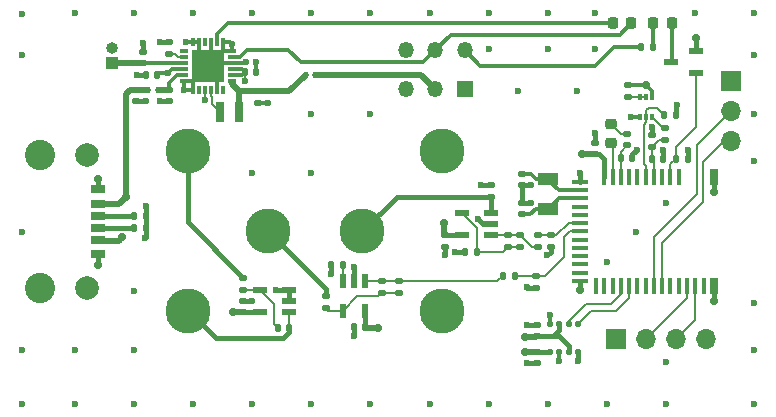
<source format=gtl>
%TF.GenerationSoftware,KiCad,Pcbnew,8.0.2-1*%
%TF.CreationDate,2024-09-12T10:11:59+09:00*%
%TF.ProjectId,gas_nrf52832,6761735f-6e72-4663-9532-3833322e6b69,rev?*%
%TF.SameCoordinates,Original*%
%TF.FileFunction,Copper,L1,Top*%
%TF.FilePolarity,Positive*%
%FSLAX46Y46*%
G04 Gerber Fmt 4.6, Leading zero omitted, Abs format (unit mm)*
G04 Created by KiCad (PCBNEW 8.0.2-1) date 2024-09-12 10:11:59*
%MOMM*%
%LPD*%
G01*
G04 APERTURE LIST*
G04 Aperture macros list*
%AMRoundRect*
0 Rectangle with rounded corners*
0 $1 Rounding radius*
0 $2 $3 $4 $5 $6 $7 $8 $9 X,Y pos of 4 corners*
0 Add a 4 corners polygon primitive as box body*
4,1,4,$2,$3,$4,$5,$6,$7,$8,$9,$2,$3,0*
0 Add four circle primitives for the rounded corners*
1,1,$1+$1,$2,$3*
1,1,$1+$1,$4,$5*
1,1,$1+$1,$6,$7*
1,1,$1+$1,$8,$9*
0 Add four rect primitives between the rounded corners*
20,1,$1+$1,$2,$3,$4,$5,0*
20,1,$1+$1,$4,$5,$6,$7,0*
20,1,$1+$1,$6,$7,$8,$9,0*
20,1,$1+$1,$8,$9,$2,$3,0*%
G04 Aperture macros list end*
%TA.AperFunction,SMDPad,CuDef*%
%ADD10RoundRect,0.135000X-0.185000X0.135000X-0.185000X-0.135000X0.185000X-0.135000X0.185000X0.135000X0*%
%TD*%
%TA.AperFunction,SMDPad,CuDef*%
%ADD11RoundRect,0.135000X-0.135000X-0.185000X0.135000X-0.185000X0.135000X0.185000X-0.135000X0.185000X0*%
%TD*%
%TA.AperFunction,SMDPad,CuDef*%
%ADD12R,0.800000X1.800000*%
%TD*%
%TA.AperFunction,SMDPad,CuDef*%
%ADD13RoundRect,0.140000X-0.170000X0.140000X-0.170000X-0.140000X0.170000X-0.140000X0.170000X0.140000X0*%
%TD*%
%TA.AperFunction,SMDPad,CuDef*%
%ADD14RoundRect,0.218750X-0.218750X-0.256250X0.218750X-0.256250X0.218750X0.256250X-0.218750X0.256250X0*%
%TD*%
%TA.AperFunction,ComponentPad*%
%ADD15R,1.000000X1.000000*%
%TD*%
%TA.AperFunction,ComponentPad*%
%ADD16O,1.000000X1.000000*%
%TD*%
%TA.AperFunction,ComponentPad*%
%ADD17R,1.700000X1.700000*%
%TD*%
%TA.AperFunction,ComponentPad*%
%ADD18O,1.700000X1.700000*%
%TD*%
%TA.AperFunction,SMDPad,CuDef*%
%ADD19R,1.800000X1.000000*%
%TD*%
%TA.AperFunction,SMDPad,CuDef*%
%ADD20RoundRect,0.140000X-0.140000X-0.170000X0.140000X-0.170000X0.140000X0.170000X-0.140000X0.170000X0*%
%TD*%
%TA.AperFunction,SMDPad,CuDef*%
%ADD21R,0.400000X0.500000*%
%TD*%
%TA.AperFunction,ComponentPad*%
%ADD22R,1.350000X1.350000*%
%TD*%
%TA.AperFunction,ComponentPad*%
%ADD23O,1.350000X1.350000*%
%TD*%
%TA.AperFunction,SMDPad,CuDef*%
%ADD24R,0.800000X0.300000*%
%TD*%
%TA.AperFunction,SMDPad,CuDef*%
%ADD25R,0.300000X0.800000*%
%TD*%
%TA.AperFunction,SMDPad,CuDef*%
%ADD26R,2.800000X2.800000*%
%TD*%
%TA.AperFunction,SMDPad,CuDef*%
%ADD27RoundRect,0.140000X0.140000X0.170000X-0.140000X0.170000X-0.140000X-0.170000X0.140000X-0.170000X0*%
%TD*%
%TA.AperFunction,SMDPad,CuDef*%
%ADD28RoundRect,0.140000X0.170000X-0.140000X0.170000X0.140000X-0.170000X0.140000X-0.170000X-0.140000X0*%
%TD*%
%TA.AperFunction,SMDPad,CuDef*%
%ADD29R,0.300000X0.492000*%
%TD*%
%TA.AperFunction,SMDPad,CuDef*%
%ADD30RoundRect,0.218750X0.256250X-0.218750X0.256250X0.218750X-0.256250X0.218750X-0.256250X-0.218750X0*%
%TD*%
%TA.AperFunction,SMDPad,CuDef*%
%ADD31R,1.200000X0.600000*%
%TD*%
%TA.AperFunction,SMDPad,CuDef*%
%ADD32RoundRect,0.125000X-0.125000X-0.137500X0.125000X-0.137500X0.125000X0.137500X-0.125000X0.137500X0*%
%TD*%
%TA.AperFunction,SMDPad,CuDef*%
%ADD33RoundRect,0.147500X-0.172500X0.147500X-0.172500X-0.147500X0.172500X-0.147500X0.172500X0.147500X0*%
%TD*%
%TA.AperFunction,SMDPad,CuDef*%
%ADD34R,0.800000X1.400000*%
%TD*%
%TA.AperFunction,SMDPad,CuDef*%
%ADD35R,0.400000X1.400000*%
%TD*%
%TA.AperFunction,SMDPad,CuDef*%
%ADD36R,1.400000X0.400000*%
%TD*%
%TA.AperFunction,SMDPad,CuDef*%
%ADD37RoundRect,0.135000X0.135000X0.185000X-0.135000X0.185000X-0.135000X-0.185000X0.135000X-0.185000X0*%
%TD*%
%TA.AperFunction,SMDPad,CuDef*%
%ADD38RoundRect,0.135000X0.185000X-0.135000X0.185000X0.135000X-0.185000X0.135000X-0.185000X-0.135000X0*%
%TD*%
%TA.AperFunction,SMDPad,CuDef*%
%ADD39R,1.250000X0.600000*%
%TD*%
%TA.AperFunction,SMDPad,CuDef*%
%ADD40RoundRect,0.218750X0.218750X0.256250X-0.218750X0.256250X-0.218750X-0.256250X0.218750X-0.256250X0*%
%TD*%
%TA.AperFunction,SMDPad,CuDef*%
%ADD41R,1.200000X0.700000*%
%TD*%
%TA.AperFunction,SMDPad,CuDef*%
%ADD42R,1.200000X0.760000*%
%TD*%
%TA.AperFunction,SMDPad,CuDef*%
%ADD43R,1.200000X0.800000*%
%TD*%
%TA.AperFunction,ComponentPad*%
%ADD44C,2.010000*%
%TD*%
%TA.AperFunction,ComponentPad*%
%ADD45C,2.565000*%
%TD*%
%TA.AperFunction,SMDPad,CuDef*%
%ADD46R,0.600000X1.200000*%
%TD*%
%TA.AperFunction,ComponentPad*%
%ADD47C,3.800000*%
%TD*%
%TA.AperFunction,ViaPad*%
%ADD48C,0.600000*%
%TD*%
%TA.AperFunction,ViaPad*%
%ADD49C,0.700000*%
%TD*%
%TA.AperFunction,Conductor*%
%ADD50C,0.400000*%
%TD*%
%TA.AperFunction,Conductor*%
%ADD51C,0.300000*%
%TD*%
%TA.AperFunction,Conductor*%
%ADD52C,0.500000*%
%TD*%
%TA.AperFunction,Conductor*%
%ADD53C,0.200000*%
%TD*%
G04 APERTURE END LIST*
D10*
X143825000Y-86765000D03*
X143825000Y-87785000D03*
D11*
X127985000Y-96660000D03*
X129005000Y-96660000D03*
D12*
X108850000Y-84795000D03*
X107250000Y-84795000D03*
D13*
X109220000Y-100795000D03*
X109220000Y-101755000D03*
D14*
X140512500Y-77300000D03*
X142087500Y-77300000D03*
D10*
X141775000Y-82500000D03*
X141775000Y-83520000D03*
D15*
X98080000Y-80640000D03*
D16*
X98080000Y-79370000D03*
D17*
X140820000Y-104000000D03*
D18*
X143360000Y-104000000D03*
X145900000Y-104000000D03*
X148440000Y-104000000D03*
D19*
X135050000Y-90500000D03*
X135050000Y-93000000D03*
D20*
X143795000Y-88800000D03*
X144755000Y-88800000D03*
D21*
X114510000Y-81710000D03*
X115310000Y-81710000D03*
D22*
X128000000Y-82900000D03*
D23*
X125500000Y-82900000D03*
X123000000Y-82900000D03*
X128000000Y-79600000D03*
X125500000Y-79600000D03*
X123000000Y-79600000D03*
D24*
X108250000Y-82170000D03*
X108250000Y-81670000D03*
X108250000Y-81170000D03*
X108250000Y-80670000D03*
X108250000Y-80170000D03*
X108250000Y-79670000D03*
D25*
X107500000Y-78920000D03*
X107000000Y-78920000D03*
X106500000Y-78920000D03*
X106000000Y-78920000D03*
X105500000Y-78920000D03*
X105000000Y-78920000D03*
D24*
X104250000Y-79670000D03*
X104250000Y-80170000D03*
X104250000Y-80670000D03*
X104250000Y-81170000D03*
X104250000Y-81670000D03*
X104250000Y-82170000D03*
D25*
X105000000Y-82920000D03*
X105500000Y-82920000D03*
X106000000Y-82920000D03*
X106500000Y-82920000D03*
X107000000Y-82920000D03*
X107500000Y-82920000D03*
D26*
X106250000Y-80920000D03*
D27*
X113125000Y-103125000D03*
X112165000Y-103125000D03*
D28*
X102950000Y-83895000D03*
X102950000Y-82935000D03*
D29*
X142850000Y-85200000D03*
X143350000Y-85200000D03*
X143850000Y-85200000D03*
X143850000Y-83532000D03*
X143350000Y-83532000D03*
X142850000Y-83532000D03*
D28*
X100175000Y-83895000D03*
X100175000Y-82935000D03*
D30*
X140400000Y-87437500D03*
X140400000Y-85862500D03*
D31*
X130220000Y-95260000D03*
X130220000Y-94310000D03*
X130220000Y-93360000D03*
X127720000Y-93360000D03*
X127720000Y-95260000D03*
D10*
X132695000Y-95250000D03*
X132695000Y-96270000D03*
D32*
X135190000Y-102765000D03*
X135990000Y-102765000D03*
X136790000Y-102765000D03*
X137590000Y-102765000D03*
X137590000Y-105140000D03*
X136790000Y-105140000D03*
X135990000Y-105140000D03*
X135190000Y-105140000D03*
D17*
X150500000Y-82235000D03*
D18*
X150500000Y-84775000D03*
X150500000Y-87315000D03*
D13*
X110475000Y-83080000D03*
X110475000Y-84040000D03*
D11*
X144890000Y-85050000D03*
X145910000Y-85050000D03*
D13*
X100710000Y-79710000D03*
X100710000Y-80670000D03*
D21*
X101200000Y-82945000D03*
X102000000Y-82945000D03*
D11*
X131190000Y-98700000D03*
X132210000Y-98700000D03*
D33*
X141750000Y-86665000D03*
X141750000Y-87635000D03*
D34*
X149100000Y-90327500D03*
D35*
X146100000Y-90327500D03*
X145400000Y-90327500D03*
X144700000Y-90327500D03*
X144000000Y-90327500D03*
X143300000Y-90327500D03*
X142600000Y-90327500D03*
X141900000Y-90327500D03*
X141200000Y-90327500D03*
X140500000Y-90327500D03*
X139800000Y-90327500D03*
D36*
X137700000Y-90727500D03*
X137700000Y-91427500D03*
X137700000Y-92127500D03*
X137700000Y-92827500D03*
X137700000Y-93527500D03*
X137700000Y-94227500D03*
X137700000Y-94927500D03*
X137700000Y-95627500D03*
X137700000Y-96327500D03*
X137700000Y-97027500D03*
X137700000Y-97727500D03*
X137700000Y-98427500D03*
X137700000Y-99127500D03*
D35*
X139100000Y-99527500D03*
X139800000Y-99527500D03*
X140500000Y-99527500D03*
X141200000Y-99527500D03*
X141900000Y-99527500D03*
X142600000Y-99527500D03*
X143300000Y-99527500D03*
X144000000Y-99527500D03*
X144700000Y-99527500D03*
X145400000Y-99527500D03*
X146100000Y-99527500D03*
X146800000Y-99527500D03*
X147500000Y-99527500D03*
X148200000Y-99527500D03*
D34*
X149100000Y-99527500D03*
D37*
X146850000Y-88800000D03*
X145830000Y-88800000D03*
D28*
X134010000Y-99680000D03*
X134010000Y-98720000D03*
D20*
X141220000Y-88750000D03*
X142180000Y-88750000D03*
D13*
X120970000Y-99145000D03*
X120970000Y-100105000D03*
D38*
X130220000Y-91990000D03*
X130220000Y-90970000D03*
X116200000Y-101435000D03*
X116200000Y-100415000D03*
D28*
X126320000Y-96215000D03*
X126320000Y-95255000D03*
D38*
X109220000Y-99860000D03*
X109220000Y-98840000D03*
D28*
X132800000Y-91000000D03*
X132800000Y-90040000D03*
D31*
X113120000Y-101750000D03*
X113120000Y-100800000D03*
X113120000Y-99850000D03*
X110620000Y-99850000D03*
X110620000Y-101750000D03*
D37*
X143960000Y-79300000D03*
X142940000Y-79300000D03*
D20*
X118600000Y-103050000D03*
X119560000Y-103050000D03*
D13*
X134065000Y-102840000D03*
X134065000Y-103800000D03*
D39*
X147525000Y-81550000D03*
X147525000Y-79640000D03*
X145425000Y-80595000D03*
D11*
X99940000Y-94625000D03*
X100960000Y-94625000D03*
D10*
X122400000Y-99140000D03*
X122400000Y-100160000D03*
D40*
X145537500Y-77300000D03*
X143962500Y-77300000D03*
D27*
X101930000Y-81695000D03*
X100970000Y-81695000D03*
D28*
X139000000Y-88380000D03*
X139000000Y-87420000D03*
D38*
X134200000Y-96265000D03*
X134200000Y-95245000D03*
D10*
X102985000Y-78920000D03*
X102985000Y-79940000D03*
D11*
X99940000Y-93600000D03*
X100960000Y-93600000D03*
D38*
X144925000Y-87175000D03*
X144925000Y-86155000D03*
D13*
X132800000Y-92520000D03*
X132800000Y-93480000D03*
D41*
X96950000Y-93620000D03*
D42*
X96950000Y-95640000D03*
D43*
X96950000Y-96870000D03*
D41*
X96950000Y-94620000D03*
D42*
X96950000Y-92600000D03*
D43*
X96950000Y-91370000D03*
D44*
X96000000Y-88500000D03*
D45*
X92000000Y-88500000D03*
X92000000Y-99740000D03*
D44*
X96000000Y-99740000D03*
D28*
X134065000Y-106095000D03*
X134065000Y-105135000D03*
D37*
X117650000Y-97750000D03*
X116630000Y-97750000D03*
D13*
X131630000Y-95260000D03*
X131630000Y-96220000D03*
D46*
X119550000Y-99150000D03*
X118600000Y-99150000D03*
X117650000Y-99150000D03*
X117650000Y-101650000D03*
X119550000Y-101650000D03*
D28*
X135270000Y-96215000D03*
X135270000Y-95255000D03*
D27*
X110350000Y-81420000D03*
X109390000Y-81420000D03*
D47*
X104550000Y-101650000D03*
X104550000Y-88150000D03*
X111300000Y-94900000D03*
X119300000Y-94900000D03*
X126050000Y-88150000D03*
X126050000Y-101650000D03*
D48*
X143825000Y-86075000D03*
X116625000Y-98550000D03*
X95000000Y-105000000D03*
X146850000Y-88025000D03*
X105500000Y-80070000D03*
X115000000Y-76450000D03*
X115000000Y-109500000D03*
X115000000Y-85000000D03*
X135990000Y-105865000D03*
X137500000Y-83000000D03*
X90500000Y-109500000D03*
X100000000Y-109500000D03*
X125000000Y-109500000D03*
X133265000Y-106095000D03*
X140000000Y-97500000D03*
X112020000Y-99850000D03*
X130000000Y-109500000D03*
X133600000Y-92500000D03*
X127195000Y-96635000D03*
X118600000Y-103825000D03*
X108250000Y-79020000D03*
X100000000Y-100000000D03*
X130000000Y-76450000D03*
X142526054Y-88024813D03*
X111305000Y-84040000D03*
X152500000Y-80000000D03*
X135000000Y-76450000D03*
X129375000Y-90975000D03*
X145000000Y-109500000D03*
X104350000Y-78895000D03*
X130000000Y-79500000D03*
X110350000Y-80620000D03*
X110000000Y-76450000D03*
X104250000Y-82945000D03*
X139000000Y-76450000D03*
X133230000Y-99670000D03*
X100960000Y-92760000D03*
X152500000Y-109500000D03*
X90500000Y-76500000D03*
X110000000Y-109500000D03*
X135190000Y-101965000D03*
D49*
X147525000Y-78525000D03*
D48*
X120000000Y-85000000D03*
X100000000Y-76450000D03*
X140000000Y-109500000D03*
X95000000Y-109500000D03*
X100275000Y-81695000D03*
D49*
X96950000Y-97750000D03*
D48*
X135000000Y-109500000D03*
X110000000Y-90000000D03*
X100000000Y-105000000D03*
X107000000Y-80070000D03*
X105000000Y-109500000D03*
X95000000Y-76450000D03*
X152500000Y-85000000D03*
X118600000Y-97950000D03*
X139000000Y-79500000D03*
X129106765Y-93898235D03*
X152500000Y-105000000D03*
X142050000Y-85200000D03*
X100975000Y-83895000D03*
X135000000Y-79500000D03*
X90500000Y-80000000D03*
X125000000Y-76450000D03*
X145000000Y-106000000D03*
X126320000Y-96960000D03*
X133265000Y-102845000D03*
D49*
X96950000Y-90450000D03*
X149100000Y-100850000D03*
D48*
X102150000Y-78895000D03*
X107000000Y-81670000D03*
X105000000Y-76450000D03*
X144750000Y-88025000D03*
X152500000Y-101000000D03*
X145000000Y-92500000D03*
X152500000Y-89000000D03*
X152500000Y-76450000D03*
X142500000Y-95000000D03*
X137700000Y-90000000D03*
X120000000Y-76450000D03*
X133600000Y-91000000D03*
D49*
X137700000Y-99900000D03*
D48*
X145925000Y-84225000D03*
X134965000Y-96950000D03*
X109995000Y-100800000D03*
X105500000Y-81670000D03*
X90500000Y-95000000D03*
X90510000Y-105000000D03*
X100725000Y-78945000D03*
D49*
X149100000Y-91600000D03*
D48*
X147500000Y-76450000D03*
X100950000Y-95450000D03*
X102175000Y-83895000D03*
X109465181Y-80607187D03*
X132500000Y-83000000D03*
X137590000Y-105870000D03*
X139000000Y-86600000D03*
X120000000Y-109500000D03*
X115000000Y-90000000D03*
D49*
X143330000Y-82500000D03*
X133096000Y-105156000D03*
X133096000Y-103886000D03*
X126238000Y-94234000D03*
X137922000Y-88392000D03*
X120650000Y-103124000D03*
X108340000Y-101740000D03*
D48*
X109400000Y-82220000D03*
X106000000Y-83820000D03*
X102865380Y-81535380D03*
D49*
X99300000Y-92025000D03*
X98985000Y-95435000D03*
D50*
X100960000Y-95440000D02*
X100950000Y-95450000D01*
D51*
X105500000Y-80170000D02*
X106200000Y-80870000D01*
D50*
X137700000Y-90000000D02*
X137700000Y-90727500D01*
X127220000Y-96660000D02*
X127195000Y-96635000D01*
X129106765Y-93898235D02*
X129518530Y-94310000D01*
X127985000Y-96660000D02*
X127220000Y-96660000D01*
X100970000Y-81695000D02*
X100275000Y-81695000D01*
D51*
X109465181Y-80607187D02*
X109402368Y-80670000D01*
X106250000Y-80920000D02*
X106250000Y-80920000D01*
D50*
X100960000Y-92760000D02*
X100960000Y-93600000D01*
X134065000Y-102840000D02*
X133270000Y-102840000D01*
X143825000Y-86765000D02*
X143825000Y-86075000D01*
X133270000Y-102840000D02*
X133265000Y-102845000D01*
X132800000Y-91000000D02*
X132800000Y-92520000D01*
X100175000Y-83895000D02*
X100975000Y-83895000D01*
X109990000Y-100795000D02*
X109995000Y-100800000D01*
D51*
X107000000Y-82920000D02*
X107000000Y-81670000D01*
X105500000Y-80170000D02*
X106250000Y-80920000D01*
D50*
X137700000Y-99127500D02*
X137700000Y-99900000D01*
D51*
X109402368Y-80670000D02*
X108250000Y-80670000D01*
D50*
X118600000Y-103050000D02*
X118600000Y-103825000D01*
D51*
X108150000Y-78920000D02*
X108250000Y-79020000D01*
D50*
X129518530Y-94310000D02*
X130220000Y-94310000D01*
D51*
X142850000Y-85200000D02*
X142050000Y-85200000D01*
X107000000Y-80070000D02*
X107000000Y-80170000D01*
X105000000Y-78920000D02*
X105500000Y-78920000D01*
X104250000Y-82945000D02*
X104975000Y-82945000D01*
X105500000Y-78920000D02*
X105500000Y-80170000D01*
D50*
X134010000Y-99680000D02*
X133240000Y-99680000D01*
X109220000Y-100795000D02*
X109990000Y-100795000D01*
X149100000Y-90327500D02*
X149100000Y-91600000D01*
X116630000Y-97750000D02*
X116630000Y-98545000D01*
D51*
X106250000Y-80870000D02*
X106250000Y-80920000D01*
X108250000Y-79670000D02*
X108250000Y-79020000D01*
X105500000Y-81670000D02*
X106250000Y-80920000D01*
X107500000Y-78920000D02*
X108150000Y-78920000D01*
X105000000Y-82170000D02*
X105500000Y-81670000D01*
D50*
X139000000Y-87420000D02*
X139000000Y-86600000D01*
X132800000Y-92520000D02*
X133580000Y-92520000D01*
X116630000Y-98545000D02*
X116625000Y-98550000D01*
X130220000Y-90970000D02*
X129380000Y-90970000D01*
D51*
X107000000Y-81670000D02*
X106250000Y-80920000D01*
X135190000Y-102765000D02*
X135190000Y-101965000D01*
X135990000Y-105140000D02*
X135990000Y-105865000D01*
D50*
X147525000Y-79640000D02*
X147525000Y-78525000D01*
X96950000Y-91370000D02*
X96950000Y-90450000D01*
X132800000Y-91000000D02*
X133600000Y-91000000D01*
X100710000Y-79710000D02*
X100710000Y-78960000D01*
X129380000Y-90970000D02*
X129375000Y-90975000D01*
D51*
X104250000Y-82170000D02*
X105000000Y-82170000D01*
X107000000Y-80170000D02*
X106250000Y-80920000D01*
D50*
X146850000Y-88800000D02*
X146850000Y-88025000D01*
D51*
X105000000Y-78920000D02*
X104375000Y-78920000D01*
X107500000Y-78920000D02*
X107500000Y-79670000D01*
D50*
X149100000Y-99527500D02*
X149100000Y-100850000D01*
X100960000Y-93600000D02*
X100960000Y-94625000D01*
X126320000Y-96215000D02*
X126320000Y-96960000D01*
X134965000Y-96950000D02*
X135270000Y-96645000D01*
X100960000Y-94625000D02*
X100960000Y-95440000D01*
D51*
X110350000Y-81420000D02*
X110350000Y-80620000D01*
X105000000Y-82920000D02*
X105000000Y-82170000D01*
X105500000Y-80070000D02*
X105500000Y-80170000D01*
X104375000Y-78920000D02*
X104350000Y-78895000D01*
X108250000Y-80670000D02*
X106500000Y-80670000D01*
D50*
X100710000Y-78960000D02*
X100725000Y-78945000D01*
X142526054Y-88024813D02*
X142180000Y-88370867D01*
X135270000Y-96645000D02*
X135270000Y-96215000D01*
X113120000Y-99850000D02*
X112020000Y-99850000D01*
X145910000Y-85050000D02*
X145910000Y-84240000D01*
X118600000Y-99150000D02*
X118600000Y-97950000D01*
X113120000Y-100800000D02*
X113120000Y-99850000D01*
D51*
X104975000Y-82945000D02*
X105000000Y-82920000D01*
X108250000Y-79670000D02*
X107500000Y-79670000D01*
X110475000Y-84040000D02*
X111305000Y-84040000D01*
X106500000Y-80670000D02*
X106250000Y-80920000D01*
D50*
X96950000Y-96870000D02*
X96950000Y-97750000D01*
X133240000Y-99680000D02*
X133230000Y-99670000D01*
X145910000Y-84240000D02*
X145925000Y-84225000D01*
X102985000Y-78920000D02*
X102175000Y-78920000D01*
X142180000Y-88370867D02*
X142180000Y-88750000D01*
D51*
X107100000Y-80070000D02*
X107000000Y-80070000D01*
X106200000Y-80870000D02*
X106250000Y-80870000D01*
X107500000Y-79670000D02*
X107100000Y-80070000D01*
D50*
X134065000Y-106095000D02*
X133265000Y-106095000D01*
X144755000Y-88030000D02*
X144750000Y-88025000D01*
X102175000Y-78920000D02*
X102150000Y-78895000D01*
D51*
X106500000Y-78920000D02*
X106500000Y-80670000D01*
D50*
X144755000Y-88800000D02*
X144755000Y-88030000D01*
X102175000Y-83895000D02*
X102950000Y-83895000D01*
X137590000Y-105140000D02*
X137590000Y-105870000D01*
D51*
X104250000Y-82170000D02*
X104250000Y-82945000D01*
X143850000Y-83020000D02*
X143850000Y-83532000D01*
X143330000Y-82500000D02*
X141775000Y-82500000D01*
D52*
X100710000Y-80670000D02*
X98110000Y-80670000D01*
D51*
X143330000Y-82500000D02*
X143850000Y-83020000D01*
D52*
X141780000Y-82495000D02*
X141775000Y-82500000D01*
X98110000Y-80670000D02*
X98080000Y-80640000D01*
D50*
X100685000Y-80645000D02*
X100710000Y-80670000D01*
D51*
X104250000Y-80670000D02*
X100710000Y-80670000D01*
X134019239Y-90500000D02*
X133559239Y-90040000D01*
X137700000Y-91427500D02*
X135927500Y-91427500D01*
X133559239Y-90040000D02*
X132800000Y-90040000D01*
X135927500Y-91427500D02*
X135050000Y-90550000D01*
X135050000Y-90550000D02*
X135050000Y-90500000D01*
X135050000Y-90500000D02*
X134019239Y-90500000D01*
X135972500Y-92127500D02*
X135100000Y-93000000D01*
X134019239Y-93000000D02*
X133539239Y-93480000D01*
X137700000Y-92127500D02*
X135972500Y-92127500D01*
X135050000Y-93000000D02*
X134019239Y-93000000D01*
D53*
X134900000Y-93150000D02*
X135050000Y-93000000D01*
D51*
X135100000Y-93000000D02*
X135050000Y-93000000D01*
X133539239Y-93480000D02*
X132800000Y-93480000D01*
D53*
X141200000Y-90327500D02*
X141200000Y-88770000D01*
X141220000Y-88165000D02*
X141750000Y-87635000D01*
X141220000Y-88750000D02*
X141220000Y-88165000D01*
X141200000Y-88770000D02*
X141220000Y-88750000D01*
D50*
X139800000Y-90327500D02*
X139800000Y-88800000D01*
D52*
X126238000Y-95173000D02*
X126320000Y-95255000D01*
D53*
X133840000Y-103905000D02*
X133940000Y-103805000D01*
D50*
X135185000Y-105135000D02*
X135190000Y-105140000D01*
X135990000Y-103245000D02*
X135435000Y-103800000D01*
D52*
X120650000Y-103124000D02*
X119634000Y-103124000D01*
D50*
X135435000Y-103800000D02*
X135970000Y-103800000D01*
D52*
X133979000Y-103886000D02*
X134065000Y-103800000D01*
D50*
X110615000Y-101755000D02*
X110620000Y-101750000D01*
X119560000Y-101660000D02*
X119550000Y-101650000D01*
D52*
X137922000Y-88392000D02*
X138988000Y-88392000D01*
D50*
X139800000Y-88800000D02*
X139380000Y-88380000D01*
X126320000Y-95255000D02*
X127715000Y-95255000D01*
X135970000Y-103800000D02*
X136790000Y-104620000D01*
D52*
X119634000Y-103124000D02*
X119560000Y-103050000D01*
X110610000Y-101760000D02*
X110620000Y-101750000D01*
X108340000Y-101740000D02*
X109205000Y-101740000D01*
D50*
X127715000Y-95255000D02*
X127720000Y-95260000D01*
X135990000Y-102765000D02*
X135990000Y-103245000D01*
X135435000Y-103800000D02*
X134065000Y-103800000D01*
X134065000Y-105135000D02*
X135185000Y-105135000D01*
D52*
X138980000Y-88400000D02*
X139000000Y-88380000D01*
X126238000Y-94234000D02*
X126238000Y-95173000D01*
X134044000Y-105156000D02*
X134065000Y-105135000D01*
D50*
X139810000Y-90317500D02*
X139800000Y-90327500D01*
D52*
X109205000Y-101740000D02*
X109220000Y-101755000D01*
D50*
X136790000Y-104620000D02*
X136790000Y-105140000D01*
D52*
X133096000Y-103886000D02*
X133979000Y-103886000D01*
D50*
X139380000Y-88380000D02*
X139000000Y-88380000D01*
X119560000Y-103050000D02*
X119560000Y-101660000D01*
X109220000Y-101755000D02*
X110615000Y-101755000D01*
D52*
X138988000Y-88392000D02*
X139000000Y-88380000D01*
X133096000Y-105156000D02*
X134044000Y-105156000D01*
D51*
X108250000Y-81670000D02*
X109140000Y-81670000D01*
D53*
X109390000Y-81420000D02*
X109390000Y-82210000D01*
D51*
X109140000Y-81170000D02*
X109390000Y-81420000D01*
D53*
X106000000Y-83820000D02*
X106000000Y-82920000D01*
X109390000Y-82210000D02*
X109400000Y-82220000D01*
D51*
X109140000Y-81670000D02*
X109390000Y-81420000D01*
X108250000Y-81170000D02*
X109140000Y-81170000D01*
X108983129Y-80170000D02*
X109558129Y-79595000D01*
X124475000Y-80625000D02*
X125500000Y-79600000D01*
X102865380Y-81535380D02*
X102089620Y-81535380D01*
X142087500Y-77300000D02*
X141087500Y-78300000D01*
X103230760Y-81170000D02*
X104250000Y-81170000D01*
X109558129Y-79595000D02*
X113050000Y-79595000D01*
X126800000Y-78300000D02*
X127090000Y-78300000D01*
X141087500Y-78300000D02*
X127090000Y-78300000D01*
X102865380Y-81535380D02*
X103230760Y-81170000D01*
X108250000Y-80170000D02*
X108983129Y-80170000D01*
X114080000Y-80625000D02*
X124475000Y-80625000D01*
X102089620Y-81535380D02*
X101930000Y-81695000D01*
X125500000Y-79600000D02*
X126800000Y-78300000D01*
X113050000Y-79595000D02*
X114080000Y-80625000D01*
D52*
X102940000Y-82945000D02*
X102950000Y-82935000D01*
D51*
X102950000Y-82370000D02*
X103650000Y-81670000D01*
X103650000Y-81670000D02*
X104250000Y-81670000D01*
X102950000Y-82935000D02*
X102950000Y-82370000D01*
D52*
X102000000Y-82945000D02*
X102940000Y-82945000D01*
X113140000Y-83080000D02*
X114510000Y-81710000D01*
X110475000Y-83080000D02*
X108860000Y-83080000D01*
X108850000Y-84795000D02*
X108850000Y-83190000D01*
X108860000Y-83080000D02*
X108850000Y-83070000D01*
X108850000Y-83070000D02*
X108250000Y-82470000D01*
X108850000Y-83190000D02*
X108850000Y-83070000D01*
X108250000Y-82270000D02*
X108250000Y-82470000D01*
X110475000Y-83080000D02*
X113140000Y-83080000D01*
D53*
X112165000Y-103125000D02*
X111845000Y-102805000D01*
X111845000Y-101075000D02*
X110620000Y-99850000D01*
X109230000Y-99850000D02*
X109220000Y-99860000D01*
X110620000Y-99850000D02*
X109230000Y-99850000D01*
X111845000Y-102805000D02*
X111845000Y-101075000D01*
D50*
X104550000Y-101650000D02*
X106890000Y-103990000D01*
D53*
X113120000Y-101750000D02*
X113120000Y-103120000D01*
D50*
X106890000Y-103990000D02*
X112569999Y-103990000D01*
D53*
X113125000Y-103225000D02*
X113125000Y-103125000D01*
X113120000Y-103120000D02*
X113125000Y-103125000D01*
D50*
X113125000Y-103434999D02*
X113125000Y-103125000D01*
X112569999Y-103990000D02*
X113125000Y-103434999D01*
D53*
X137697500Y-94225000D02*
X137700000Y-94227500D01*
X136772500Y-94227500D02*
X135745000Y-95255000D01*
X136772500Y-94227500D02*
X137700000Y-94227500D01*
X134310000Y-95085000D02*
X134135000Y-95085000D01*
X135745000Y-95255000D02*
X135270000Y-95255000D01*
X134200000Y-95245000D02*
X135260000Y-95245000D01*
X144925000Y-87175000D02*
X144435000Y-87175000D01*
X144000000Y-89005000D02*
X143795000Y-88800000D01*
X143825000Y-88770000D02*
X143795000Y-88800000D01*
X144435000Y-87175000D02*
X143825000Y-87785000D01*
X144000000Y-90327500D02*
X144000000Y-89005000D01*
X143825000Y-87785000D02*
X143825000Y-88770000D01*
X131620000Y-96220000D02*
X132645000Y-96220000D01*
X129005000Y-96660000D02*
X131180000Y-96660000D01*
X129005000Y-94645000D02*
X129005000Y-96660000D01*
X131180000Y-96660000D02*
X131620000Y-96220000D01*
X132645000Y-96220000D02*
X132695000Y-96270000D01*
X127720000Y-93360000D02*
X129005000Y-94645000D01*
X132685000Y-95260000D02*
X132695000Y-95250000D01*
X133710000Y-96265000D02*
X132695000Y-95250000D01*
X131630000Y-95260000D02*
X132685000Y-95260000D01*
X130220000Y-95260000D02*
X131630000Y-95260000D01*
X134200000Y-96265000D02*
X133710000Y-96265000D01*
X120970000Y-99145000D02*
X122395000Y-99145000D01*
X120965000Y-99150000D02*
X120970000Y-99145000D01*
X122395000Y-99145000D02*
X122400000Y-99140000D01*
X130750000Y-99140000D02*
X131190000Y-98700000D01*
X119550000Y-99150000D02*
X120965000Y-99150000D01*
X122400000Y-99140000D02*
X130750000Y-99140000D01*
X120970000Y-100105000D02*
X122345000Y-100105000D01*
X120970000Y-100105000D02*
X120650000Y-100425000D01*
X122345000Y-100105000D02*
X122400000Y-100160000D01*
X116415000Y-101650000D02*
X116200000Y-101435000D01*
X120650000Y-100425000D02*
X118875000Y-100425000D01*
X121025000Y-100160000D02*
X120970000Y-100105000D01*
X117650000Y-101650000D02*
X116415000Y-101650000D01*
X118875000Y-100425000D02*
X117650000Y-101650000D01*
X136400000Y-97100000D02*
X136400000Y-95427500D01*
X132230000Y-98720000D02*
X132210000Y-98700000D01*
X136900000Y-94927500D02*
X137700000Y-94927500D01*
X136400000Y-95427500D02*
X136900000Y-94927500D01*
X134780000Y-98720000D02*
X136400000Y-97100000D01*
X134010000Y-98720000D02*
X132230000Y-98720000D01*
X134780000Y-98720000D02*
X134010000Y-98720000D01*
D51*
X107900000Y-77295000D02*
X107000000Y-78195000D01*
X117845000Y-77295000D02*
X117850000Y-77300000D01*
X107900000Y-77295000D02*
X117845000Y-77295000D01*
X140512500Y-77300000D02*
X117850000Y-77300000D01*
X107000000Y-78195000D02*
X107000000Y-78920000D01*
X145537500Y-80482500D02*
X145425000Y-80595000D01*
X145537500Y-77300000D02*
X145537500Y-80482500D01*
X143960000Y-77302500D02*
X143962500Y-77300000D01*
X143960000Y-79300000D02*
X143960000Y-77302500D01*
D53*
X147625000Y-87650000D02*
X147625000Y-91750000D01*
X144000000Y-95375000D02*
X144000000Y-99527500D01*
X147625000Y-91750000D02*
X144000000Y-95375000D01*
X150500000Y-84775000D02*
X147625000Y-87650000D01*
X147525000Y-81550000D02*
X147525000Y-86100000D01*
X145400000Y-89230000D02*
X145400000Y-90327500D01*
X147525000Y-86100000D02*
X145830000Y-87795000D01*
X145830000Y-88800000D02*
X145400000Y-89230000D01*
X145830000Y-87795000D02*
X145830000Y-88800000D01*
X149935000Y-87315000D02*
X148175000Y-89075000D01*
X150500000Y-87315000D02*
X149935000Y-87315000D01*
X148175000Y-89075000D02*
X148175000Y-92400000D01*
X144700000Y-95875000D02*
X144700000Y-99527500D01*
X148175000Y-92400000D02*
X144700000Y-95875000D01*
X147500000Y-99527500D02*
X147500000Y-102400000D01*
X147500000Y-102400000D02*
X145900000Y-104000000D01*
X146800000Y-100560000D02*
X143360000Y-104000000D01*
X146800000Y-99527500D02*
X146800000Y-100560000D01*
X140405000Y-101045000D02*
X141200000Y-100250000D01*
X136790000Y-102765000D02*
X136790000Y-102502501D01*
X138247501Y-101045000D02*
X140405000Y-101045000D01*
X141200000Y-100250000D02*
X141200000Y-99527500D01*
X136790000Y-102502501D02*
X138247501Y-101045000D01*
X143575000Y-84450000D02*
X144290000Y-84450000D01*
X143350000Y-84675000D02*
X143575000Y-84450000D01*
X144290000Y-84450000D02*
X144890000Y-85050000D01*
X143350000Y-85696000D02*
X143350000Y-85200000D01*
X143300000Y-90327500D02*
X143300000Y-89427500D01*
X143300000Y-89427500D02*
X143126054Y-89253554D01*
X143126054Y-85919946D02*
X143350000Y-85696000D01*
X143350000Y-85200000D02*
X143350000Y-84675000D01*
X143126054Y-89253554D02*
X143126054Y-85919946D01*
X140500000Y-87537500D02*
X140400000Y-87437500D01*
X140500000Y-90327500D02*
X140500000Y-87537500D01*
X140788750Y-101700000D02*
X141900000Y-100588750D01*
X141900000Y-100588750D02*
X141900000Y-99527500D01*
X137590000Y-102765000D02*
X138655000Y-101700000D01*
X138655000Y-101700000D02*
X140788750Y-101700000D01*
D50*
X130220000Y-91990000D02*
X130220000Y-93360000D01*
X122210000Y-91990000D02*
X119300000Y-94900000D01*
X130220000Y-91990000D02*
X122210000Y-91990000D01*
D53*
X117650000Y-99150000D02*
X117650000Y-97750000D01*
X117640000Y-99140000D02*
X117650000Y-99150000D01*
X106500000Y-82920000D02*
X106500000Y-83471471D01*
X106600000Y-83571471D02*
X106600000Y-84145000D01*
X106600000Y-84145000D02*
X107250000Y-84795000D01*
X106500000Y-83471471D02*
X106600000Y-83571471D01*
X103470000Y-79940000D02*
X103700000Y-80170000D01*
X104250000Y-80170000D02*
X103700000Y-80170000D01*
X102985000Y-79940000D02*
X103470000Y-79940000D01*
D51*
X130130000Y-80900000D02*
X139025000Y-80900000D01*
X140625000Y-79300000D02*
X142940000Y-79300000D01*
X139025000Y-80900000D02*
X140625000Y-79300000D01*
X128000000Y-79600000D02*
X129300000Y-80900000D01*
X129300000Y-80900000D02*
X130130000Y-80900000D01*
D53*
X141202500Y-86665000D02*
X140400000Y-85862500D01*
X141750000Y-86665000D02*
X141202500Y-86665000D01*
X142838000Y-83520000D02*
X142850000Y-83532000D01*
X142850000Y-83532000D02*
X143350000Y-83532000D01*
X141775000Y-83520000D02*
X142838000Y-83520000D01*
D50*
X99920000Y-93620000D02*
X99940000Y-93600000D01*
X96950000Y-93620000D02*
X99920000Y-93620000D01*
X111300000Y-94900000D02*
X116200000Y-99800000D01*
X116200000Y-99800000D02*
X116200000Y-100415000D01*
X109220000Y-98840000D02*
X104550000Y-94170000D01*
X104550000Y-94170000D02*
X104550000Y-88150000D01*
X96950000Y-94620000D02*
X99935000Y-94620000D01*
X99935000Y-94620000D02*
X99940000Y-94625000D01*
X100165000Y-82945000D02*
X100175000Y-82935000D01*
D52*
X100165000Y-82945000D02*
X101200000Y-82945000D01*
X96950000Y-92600000D02*
X98725000Y-92600000D01*
X99655000Y-82945000D02*
X100165000Y-82945000D01*
D50*
X100185000Y-82945000D02*
X100175000Y-82935000D01*
D52*
X99300000Y-92025000D02*
X99300000Y-83300000D01*
X98985000Y-95435000D02*
X98695000Y-95725000D01*
X97035000Y-95725000D02*
X96950000Y-95640000D01*
D50*
X97085000Y-95775000D02*
X96950000Y-95640000D01*
D52*
X98725000Y-92600000D02*
X99300000Y-92025000D01*
X99300000Y-83300000D02*
X99655000Y-82945000D01*
X98695000Y-95725000D02*
X97035000Y-95725000D01*
D53*
X144805000Y-86155000D02*
X143850000Y-85200000D01*
X144925000Y-86155000D02*
X144805000Y-86155000D01*
D52*
X124310000Y-81710000D02*
X125500000Y-82900000D01*
X124310000Y-81710000D02*
X115310000Y-81710000D01*
M02*

</source>
